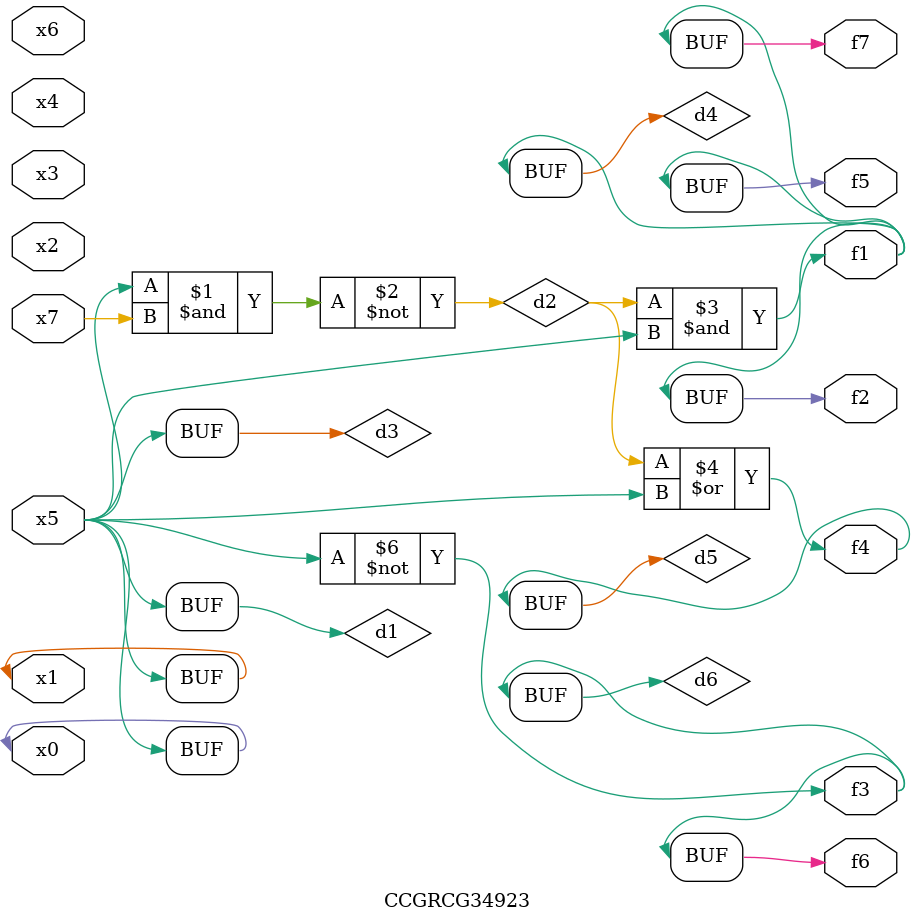
<source format=v>
module CCGRCG34923(
	input x0, x1, x2, x3, x4, x5, x6, x7,
	output f1, f2, f3, f4, f5, f6, f7
);

	wire d1, d2, d3, d4, d5, d6;

	buf (d1, x0, x5);
	nand (d2, x5, x7);
	buf (d3, x0, x1);
	and (d4, d2, d3);
	or (d5, d2, d3);
	nor (d6, d1, d3);
	assign f1 = d4;
	assign f2 = d4;
	assign f3 = d6;
	assign f4 = d5;
	assign f5 = d4;
	assign f6 = d6;
	assign f7 = d4;
endmodule

</source>
